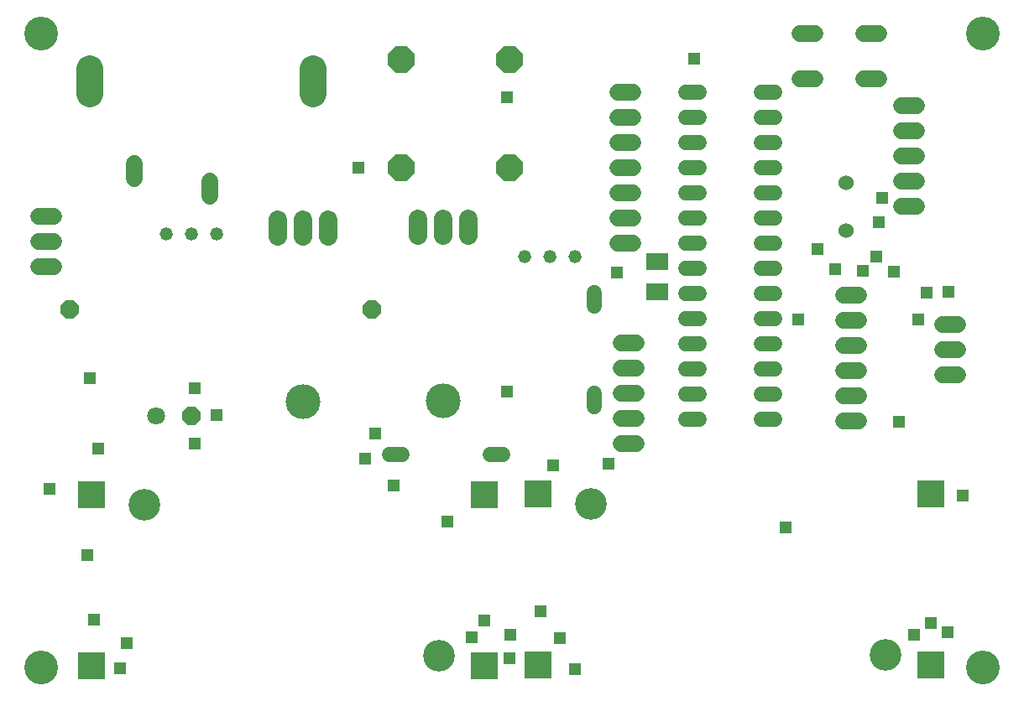
<source format=gbs>
G75*
%MOIN*%
%OFA0B0*%
%FSLAX25Y25*%
%IPPOS*%
%LPD*%
%AMOC8*
5,1,8,0,0,1.08239X$1,22.5*
%
%ADD10C,0.13398*%
%ADD11OC8,0.10800*%
%ADD12OC8,0.07100*%
%ADD13C,0.07100*%
%ADD14R,0.08674X0.06706*%
%ADD15C,0.06000*%
%ADD16C,0.05200*%
%ADD17C,0.07400*%
%ADD18C,0.13800*%
%ADD19OC8,0.07296*%
%ADD20C,0.06800*%
%ADD21C,0.10800*%
%ADD22C,0.06000*%
%ADD23R,0.10643X0.10643*%
%ADD24C,0.12611*%
%ADD25R,0.04762X0.04762*%
D10*
X0015750Y0017942D03*
X0015750Y0269911D03*
X0389765Y0269911D03*
X0389765Y0017942D03*
D11*
X0201558Y0216678D03*
X0158558Y0216678D03*
X0158558Y0259678D03*
X0201558Y0259678D03*
D12*
X0075432Y0118050D03*
D13*
X0061432Y0118050D03*
D14*
X0260292Y0167344D03*
X0260292Y0179155D03*
D15*
X0271664Y0176694D02*
X0276864Y0176694D01*
X0276864Y0186694D02*
X0271664Y0186694D01*
X0271664Y0196694D02*
X0276864Y0196694D01*
X0276864Y0206694D02*
X0271664Y0206694D01*
X0271664Y0216694D02*
X0276864Y0216694D01*
X0276864Y0226694D02*
X0271664Y0226694D01*
X0271664Y0236694D02*
X0276864Y0236694D01*
X0276864Y0246694D02*
X0271664Y0246694D01*
X0301664Y0246694D02*
X0306864Y0246694D01*
X0306864Y0236694D02*
X0301664Y0236694D01*
X0301664Y0226694D02*
X0306864Y0226694D01*
X0306864Y0216694D02*
X0301664Y0216694D01*
X0301664Y0206694D02*
X0306864Y0206694D01*
X0306864Y0196694D02*
X0301664Y0196694D01*
X0301664Y0186694D02*
X0306864Y0186694D01*
X0306864Y0176694D02*
X0301664Y0176694D01*
X0301664Y0166694D02*
X0306864Y0166694D01*
X0306864Y0156694D02*
X0301664Y0156694D01*
X0301664Y0146694D02*
X0306864Y0146694D01*
X0306864Y0136694D02*
X0301664Y0136694D01*
X0301664Y0126694D02*
X0306864Y0126694D01*
X0306864Y0116694D02*
X0301664Y0116694D01*
X0276864Y0116694D02*
X0271664Y0116694D01*
X0271664Y0126694D02*
X0276864Y0126694D01*
X0276864Y0136694D02*
X0271664Y0136694D01*
X0271664Y0146694D02*
X0276864Y0146694D01*
X0276864Y0156694D02*
X0271664Y0156694D01*
X0271664Y0166694D02*
X0276864Y0166694D01*
X0235396Y0166898D02*
X0235396Y0161698D01*
X0235396Y0126898D02*
X0235396Y0121698D01*
X0199101Y0102554D02*
X0193901Y0102554D01*
X0159101Y0102554D02*
X0153901Y0102554D01*
D16*
X0207764Y0181402D03*
X0217764Y0181402D03*
X0227764Y0181402D03*
X0085377Y0190403D03*
X0075377Y0190403D03*
X0065377Y0190403D03*
D17*
X0109766Y0189288D02*
X0109766Y0195888D01*
X0119766Y0195888D02*
X0119766Y0189288D01*
X0129766Y0189288D02*
X0129766Y0195888D01*
X0165435Y0196321D02*
X0165435Y0189721D01*
X0175435Y0189721D02*
X0175435Y0196321D01*
X0185435Y0196321D02*
X0185435Y0189721D01*
D18*
X0175435Y0124021D03*
X0119766Y0123588D03*
D19*
X0147179Y0160410D03*
X0027179Y0160410D03*
D20*
X0020718Y0177234D02*
X0014718Y0177234D01*
X0014718Y0187234D02*
X0020718Y0187234D01*
X0020718Y0197234D02*
X0014718Y0197234D01*
X0052600Y0212261D02*
X0052600Y0218261D01*
X0082600Y0211261D02*
X0082600Y0205261D01*
X0244699Y0206734D02*
X0250699Y0206734D01*
X0250699Y0196734D02*
X0244699Y0196734D01*
X0244699Y0186734D02*
X0250699Y0186734D01*
X0250699Y0216734D02*
X0244699Y0216734D01*
X0244699Y0226734D02*
X0250699Y0226734D01*
X0250699Y0236734D02*
X0244699Y0236734D01*
X0244699Y0246734D02*
X0250699Y0246734D01*
X0316925Y0252088D02*
X0322925Y0252088D01*
X0342525Y0252088D02*
X0348525Y0252088D01*
X0357356Y0241289D02*
X0363356Y0241289D01*
X0363356Y0231289D02*
X0357356Y0231289D01*
X0357356Y0221289D02*
X0363356Y0221289D01*
X0363356Y0211289D02*
X0357356Y0211289D01*
X0357356Y0201289D02*
X0363356Y0201289D01*
X0340358Y0165890D02*
X0334358Y0165890D01*
X0334358Y0155890D02*
X0340358Y0155890D01*
X0340358Y0145890D02*
X0334358Y0145890D01*
X0334358Y0135890D02*
X0340358Y0135890D01*
X0340358Y0125890D02*
X0334358Y0125890D01*
X0334358Y0115890D02*
X0340358Y0115890D01*
X0373616Y0134241D02*
X0379616Y0134241D01*
X0379616Y0144241D02*
X0373616Y0144241D01*
X0373616Y0154241D02*
X0379616Y0154241D01*
X0251899Y0147037D02*
X0245899Y0147037D01*
X0245899Y0137037D02*
X0251899Y0137037D01*
X0251899Y0127037D02*
X0245899Y0127037D01*
X0245899Y0117037D02*
X0251899Y0117037D01*
X0251899Y0107037D02*
X0245899Y0107037D01*
X0316925Y0269888D02*
X0322925Y0269888D01*
X0342525Y0269888D02*
X0348525Y0269888D01*
D21*
X0123650Y0256013D02*
X0123650Y0246013D01*
X0035050Y0246013D02*
X0035050Y0256013D01*
D22*
X0335388Y0210445D03*
X0335388Y0191445D03*
D23*
X0368868Y0086824D03*
X0368868Y0018824D03*
X0212868Y0018824D03*
X0191702Y0018667D03*
X0191702Y0086667D03*
X0212868Y0086824D03*
X0035702Y0086667D03*
X0035702Y0018667D03*
D24*
X0056702Y0082667D03*
X0173702Y0022667D03*
X0233868Y0082824D03*
X0350868Y0022824D03*
D25*
X0362347Y0030935D03*
X0368922Y0035581D03*
X0375654Y0031919D03*
X0311441Y0073770D03*
X0356205Y0115620D03*
X0381599Y0086211D03*
X0363961Y0156289D03*
X0367465Y0167038D03*
X0376012Y0167128D03*
X0354197Y0175187D03*
X0347479Y0181189D03*
X0341999Y0175621D03*
X0331087Y0176368D03*
X0324000Y0184242D03*
X0348252Y0194793D03*
X0349626Y0204564D03*
X0316441Y0156329D03*
X0244433Y0174990D03*
X0200575Y0127471D03*
X0219118Y0098337D03*
X0240890Y0099045D03*
X0176914Y0075778D03*
X0155693Y0090108D03*
X0144473Y0101093D03*
X0148331Y0110856D03*
X0085418Y0118415D03*
X0076559Y0129045D03*
X0076796Y0106959D03*
X0038370Y0104872D03*
X0019040Y0088849D03*
X0034040Y0062746D03*
X0036678Y0036801D03*
X0049827Y0027667D03*
X0047189Y0017589D03*
X0186559Y0029872D03*
X0191559Y0036683D03*
X0201992Y0030896D03*
X0201796Y0021723D03*
X0221599Y0029754D03*
X0213922Y0040108D03*
X0227701Y0017352D03*
X0035103Y0133101D03*
X0141559Y0216683D03*
X0200811Y0244557D03*
X0275181Y0259833D03*
M02*

</source>
